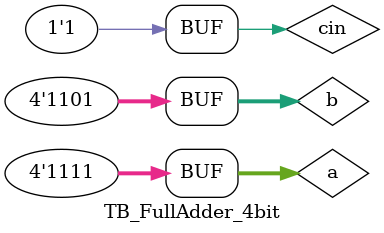
<source format=v>
`timescale 1ns / 1ps


module TB_FullAdder_4bit();
reg [3:0] a,b;
reg cin;
wire [3:0] s;
wire cout;

 FullAdder UUT_1(
    .a(a),
    .b(b),
    .cin(cin),
    .s(s),
    .cout(cout)
    );

initial begin
    a = 4'b0;
    b = 4'b0;
    cin = 4'b0;
    
    #100
    a = 4'b1011;
    b = 4'b0100;
    cin = 4'b0;
    
    #100
    a = 4'b1011;
    b = 4'b0100;
    cin = 4'b0;
    
    #100
    a = 4'b1111;
    b = 4'b1101;
    cin = 4'b1;
     
     end
endmodule

</source>
